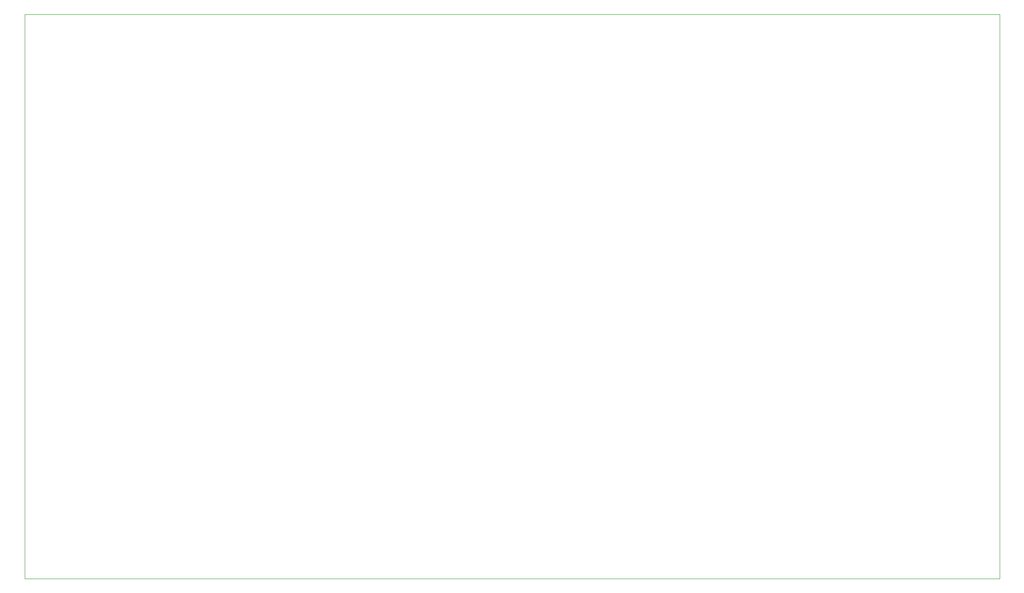
<source format=gbr>
%TF.GenerationSoftware,KiCad,Pcbnew,7.0.1*%
%TF.CreationDate,2023-04-16T18:01:34+03:00*%
%TF.ProjectId,maho-io,6d61686f-2d69-46f2-9e6b-696361645f70,rev?*%
%TF.SameCoordinates,PX44c0190PY8a4fb70*%
%TF.FileFunction,Profile,NP*%
%FSLAX46Y46*%
G04 Gerber Fmt 4.6, Leading zero omitted, Abs format (unit mm)*
G04 Created by KiCad (PCBNEW 7.0.1) date 2023-04-16 18:01:34*
%MOMM*%
%LPD*%
G01*
G04 APERTURE LIST*
%TA.AperFunction,Profile*%
%ADD10C,0.100000*%
%TD*%
G04 APERTURE END LIST*
D10*
X0Y110000000D02*
X190000000Y110000000D01*
X190000000Y0D01*
X0Y0D01*
X0Y110000000D01*
M02*

</source>
